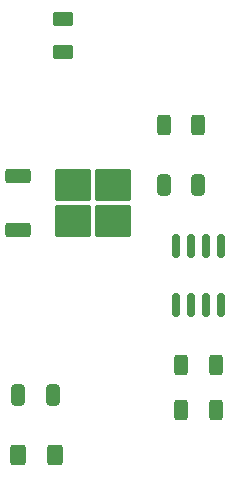
<source format=gbr>
%TF.GenerationSoftware,KiCad,Pcbnew,7.0.10*%
%TF.CreationDate,2024-05-14T13:40:59-04:00*%
%TF.ProjectId,Power PCB,506f7765-7220-4504-9342-2e6b69636164,rev?*%
%TF.SameCoordinates,Original*%
%TF.FileFunction,Paste,Top*%
%TF.FilePolarity,Positive*%
%FSLAX46Y46*%
G04 Gerber Fmt 4.6, Leading zero omitted, Abs format (unit mm)*
G04 Created by KiCad (PCBNEW 7.0.10) date 2024-05-14 13:40:59*
%MOMM*%
%LPD*%
G01*
G04 APERTURE LIST*
G04 Aperture macros list*
%AMRoundRect*
0 Rectangle with rounded corners*
0 $1 Rounding radius*
0 $2 $3 $4 $5 $6 $7 $8 $9 X,Y pos of 4 corners*
0 Add a 4 corners polygon primitive as box body*
4,1,4,$2,$3,$4,$5,$6,$7,$8,$9,$2,$3,0*
0 Add four circle primitives for the rounded corners*
1,1,$1+$1,$2,$3*
1,1,$1+$1,$4,$5*
1,1,$1+$1,$6,$7*
1,1,$1+$1,$8,$9*
0 Add four rect primitives between the rounded corners*
20,1,$1+$1,$2,$3,$4,$5,0*
20,1,$1+$1,$4,$5,$6,$7,0*
20,1,$1+$1,$6,$7,$8,$9,0*
20,1,$1+$1,$8,$9,$2,$3,0*%
G04 Aperture macros list end*
%ADD10RoundRect,0.250000X0.312500X0.625000X-0.312500X0.625000X-0.312500X-0.625000X0.312500X-0.625000X0*%
%ADD11RoundRect,0.250000X-0.850000X-0.350000X0.850000X-0.350000X0.850000X0.350000X-0.850000X0.350000X0*%
%ADD12RoundRect,0.250000X-1.275000X-1.125000X1.275000X-1.125000X1.275000X1.125000X-1.275000X1.125000X0*%
%ADD13RoundRect,0.150000X0.150000X-0.825000X0.150000X0.825000X-0.150000X0.825000X-0.150000X-0.825000X0*%
%ADD14RoundRect,0.250000X-0.325000X-0.650000X0.325000X-0.650000X0.325000X0.650000X-0.325000X0.650000X0*%
%ADD15RoundRect,0.250000X0.625000X-0.375000X0.625000X0.375000X-0.625000X0.375000X-0.625000X-0.375000X0*%
%ADD16RoundRect,0.250000X-0.400000X-0.625000X0.400000X-0.625000X0.400000X0.625000X-0.400000X0.625000X0*%
%ADD17RoundRect,0.250000X-0.312500X-0.625000X0.312500X-0.625000X0.312500X0.625000X-0.312500X0.625000X0*%
G04 APERTURE END LIST*
D10*
%TO.C,R3*%
X143702500Y-100330000D03*
X140777500Y-100330000D03*
%TD*%
%TO.C,R4*%
X143702500Y-96520000D03*
X140777500Y-96520000D03*
%TD*%
D11*
%TO.C,U1*%
X127000000Y-80525000D03*
D12*
X131625000Y-81280000D03*
X131625000Y-84330000D03*
X134975000Y-81280000D03*
X134975000Y-84330000D03*
D11*
X127000000Y-85085000D03*
%TD*%
D13*
%TO.C,U2*%
X140335000Y-91375000D03*
X141605000Y-91375000D03*
X142875000Y-91375000D03*
X144145000Y-91375000D03*
X144145000Y-86425000D03*
X142875000Y-86425000D03*
X141605000Y-86425000D03*
X140335000Y-86425000D03*
%TD*%
D14*
%TO.C,C1*%
X139290000Y-81280000D03*
X142240000Y-81280000D03*
%TD*%
%TO.C,C3*%
X127000000Y-99060000D03*
X129950000Y-99060000D03*
%TD*%
D15*
%TO.C,D1*%
X130810000Y-69980000D03*
X130810000Y-67180000D03*
%TD*%
D16*
%TO.C,R2*%
X127000000Y-104140000D03*
X130100000Y-104140000D03*
%TD*%
D17*
%TO.C,R1*%
X139315000Y-76200000D03*
X142240000Y-76200000D03*
%TD*%
M02*

</source>
